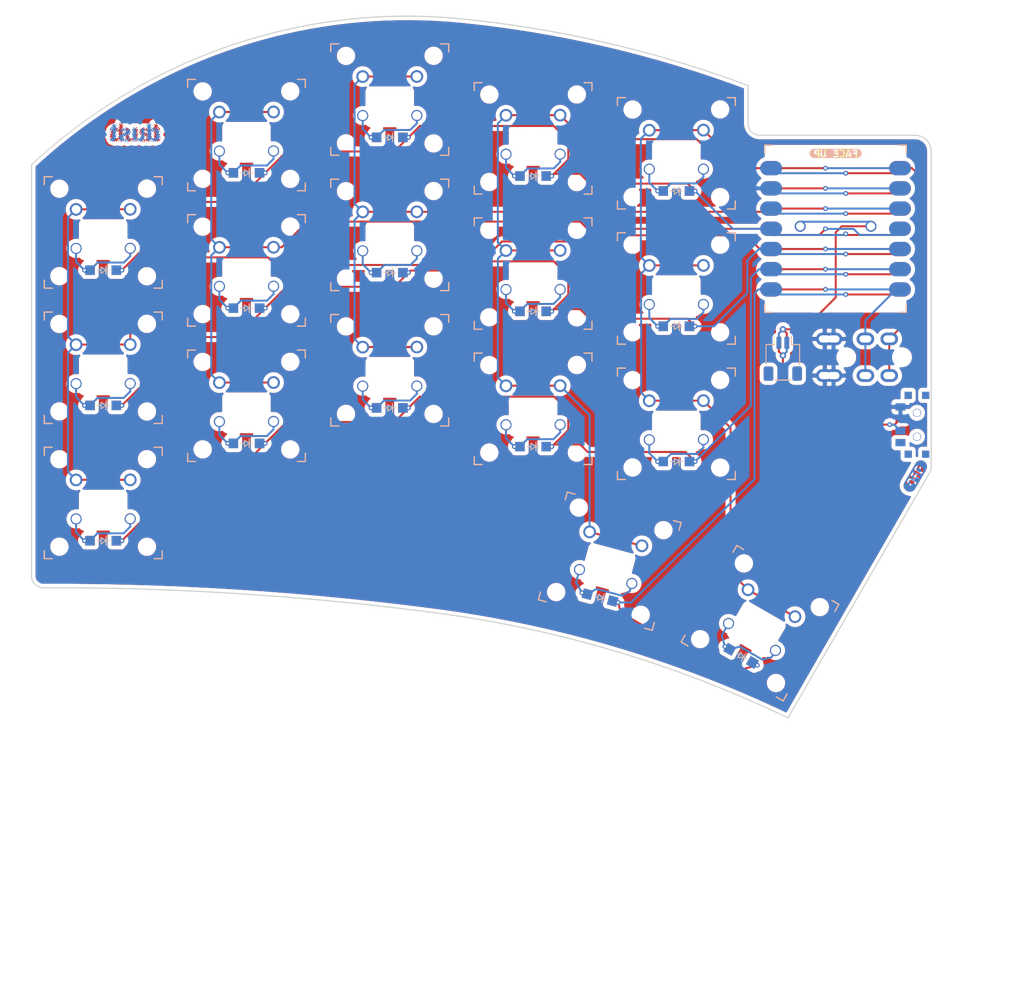
<source format=kicad_pcb>
(kicad_pcb (version 20211014) (generator pcbnew)
  (title_block (title "board") (rev "v1.0.0") (company "Unknown"))
  (layers (0 "F.Cu" signal) (31 "B.Cu" signal) (34 "B.Paste" user) (35 "F.Paste" user) (36 "B.SilkS" user "B.Silkscreen") (37 "F.SilkS" user "F.Silkscreen") (38 "B.Mask" user) (39 "F.Mask" user) (44 "Edge.Cuts" user))
  (net 0 "")
  (net 1 "c0")
  (net 2 "pinky_bottom")
  (net 3 "r1")
  (net 4 "pinky_home")
  (net 5 "r2")
  (net 6 "pinky_top")
  (net 7 "r3")
  (net 8 "c1")
  (net 9 "ring_bottom")
  (net 10 "ring_home")
  (net 11 "ring_top")
  (net 12 "c2")
  (net 13 "middle_bottom")
  (net 14 "middle_home")
  (net 15 "middle_top")
  (net 16 "c3")
  (net 17 "index_bottom")
  (net 18 "index_home")
  (net 19 "index_top")
  (net 20 "c4")
  (net 21 "inner_bottom")
  (net 22 "inner_home")
  (net 23 "inner_top")
  (net 24 "right_thumb")
  (net 25 "r0")
  (net 26 "middle_thumb")
  (net 27 "RAW")
  (net 28 "GND")
  (net 29 "BAT")
  (net 30 "3V3")
  (net 31 "D5")
  (net 32 "BAT-")
  (net 33 "tx")
  (footprint "footprints:TRRS-PJ-320A-dual" (layer "F.Cu") (at 262.218495 124.712321 -90)
    (fp_text reference "REF**" hide)
    (fp_text value "TRRS-PJ-320A-dual" hide)
  )
  (footprint "0-jasonhazel-footprints:Kailh-PG1425-X-Switch-revers" (layer "F.Cu") (at 165.838323 142.898159)
    (fp_text reference "S1" hide)
    (fp_text value "")
  )
  (footprint "ComboDiode" (layer "F.Cu") (at 165.838329 147.648151 180)
    (fp_text reference "D1" hide)
    (fp_text value "" hide)
  )
  (footprint "kibuzzard-6383179D" (layer "F.Cu") (at 267.853877 139.527837 60)
    (fp_text reference "kibuzzard-6383179D" hide)
    (fp_text value "G***" hide)
  )
  (footprint "0-jasonhazel-footprints:Kailh-PG1425-X-Switch-revers" (layer "F.Cu") (at 237.83833 132.948154)
    (fp_text reference "S13" hide)
    (fp_text value "")
  )
  (footprint "ComboDiode" (layer "F.Cu") (at 201.838326 113.958153 180)
    (fp_text reference "D8" hide)
    (fp_text value "" hide)
  )
  (footprint "ComboDiode" (layer "F.Cu") (at 245.967554 162.120558 150)
    (fp_text reference "D16" hide)
    (fp_text value "" hide)
  )
  (footprint "ComboDiode" (layer "F.Cu") (at 165.838332 130.648152 180)
    (fp_text reference "D2" hide)
    (fp_text value "" hide)
  )
  (footprint "ComboDiode" (layer "F.Cu") (at 237.838328 120.698152 180)
    (fp_text reference "D14" hide)
    (fp_text value "" hide)
  )
  (footprint "ComboDiode" (layer "F.Cu") (at 201.83833 130.958152 180)
    (fp_text reference "D7" hide)
    (fp_text value "" hide)
  )
  (footprint "0-jasonhazel-footprints:Kailh-PG1425-X-Switch-revers" (layer "F.Cu") (at 183.838326 113.668153)
    (fp_text reference "S5" hide)
    (fp_text value "")
  )
  (footprint "0-jasonhazel-footprints:Kailh-PG1425-X-Switch-revers" (layer "F.Cu") (at 237.838328 115.948152)
    (fp_text reference "S14" hide)
    (fp_text value "")
  )
  (footprint "ComboDiode" (layer "F.Cu") (at 228.247601 154.797942 165)
    (fp_text reference "D17" hide)
    (fp_text value "" hide)
  )
  (footprint "0-jasonhazel-footprints:Kailh-PG1425-X-Switch-revers" (layer "F.Cu") (at 229.476989 150.209795 -15)
    (fp_text reference "S17" hide)
    (fp_text value "")
  )
  (footprint "kibuzzard-637F21E7" (layer "F.Cu") (at 169.838524 96.358394)
    (fp_text reference "kibuzzard-637F21E7" hide)
    (fp_text value "G***" hide)
  )
  (footprint "0-jasonhazel-footprints:Kailh-PG1425-X-Switch-revers" (layer "F.Cu") (at 248.342558 158.006938 -30)
    (fp_text reference "S16" hide)
    (fp_text value "")
  )
  (footprint "ComboDiode" (layer "F.Cu") (at 219.838329 135.818149 180)
    (fp_text reference "D10" hide)
    (fp_text value "" hide)
  )
  (footprint "0-jasonhazel-footprints:Kailh-PG1425-X-Switch-revers" (layer "F.Cu") (at 165.838323 108.89815)
    (fp_text reference "S3" hide)
    (fp_text value "")
  )
  (footprint "ComboDiode" (layer "F.Cu") (at 183.838328 135.418151 180)
    (fp_text reference "D4" hide)
    (fp_text value "" hide)
  )
  (footprint "ComboDiode" (layer "F.Cu") (at 165.838326 113.648154 180)
    (fp_text reference "D3" hide)
    (fp_text value "" hide)
  )
  (footprint "0-jasonhazel-footprints:Kailh-PG1425-X-Switch-revers" (layer "F.Cu") (at 237.838333 98.948154)
    (fp_text reference "S15" hide)
    (fp_text value "")
  )
  (footprint "0-jasonhazel-footprints:xiao-rev" (layer "F.Cu") (at 257.838325 108.448152)
    (fp_text reference "XIAO1" hide)
    (fp_text value "")
  )
  (footprint "" (layer "F.Cu") (at 264.629215 133.053753)
    (fp_text reference "")
    (fp_text value "")
  )
  (footprint "0-jasonhazel-footprints:Kailh-PG1425-X-Switch-revers" (layer "F.Cu") (at 201.838326 126.208154)
    (fp_text reference "S7" hide)
    (fp_text value "")
  )
  (footprint "ComboDiode" (layer "F.Cu") (at 183.838328 101.418151 180)
    (fp_text reference "D6" hide)
    (fp_text value "" hide)
  )
  (footprint "ComboDiode" (layer "F.Cu") (at 237.838324 137.698156 180)
    (fp_text reference "D13" hide)
    (fp_text value "" hide)
  )
  (footprint "0-jasonhazel-footprints:Kailh-PG1425-X-Switch-revers" (layer "F.Cu") (at 219.838327 97.06815)
    (fp_text reference "S12" hide)
    (fp_text value "")
  )
  (footprint "0-jasonhazel-footprints:Kailh-PG1425-X-Switch-revers" (layer "F.Cu") (at 183.838327 96.668155)
    (fp_text reference "S6" hide)
    (fp_text value "")
  )
  (footprint "0-jasonhazel-footprints:Kailh-PG1425-X-Switch-revers" (layer "F.Cu") (at 201.838325 109.208151)
    (fp_text reference "S8" hide)
    (fp_text value "")
  )
  (footprint "0-jasonhazel-footprints:Kailh-PG1425-X-Switch-revers" (layer "F.Cu") (at 201.838326 92.20815)
    (fp_text reference "S9" hide)
    (fp_text value "")
  )
  (footprint "0-jasonhazel-footprints:Kailh-PG1425-X-Switch-revers" (layer "F.Cu") (at 219.838324 114.068153)
    (fp_text reference "S11" hide)
    (fp_text value "")
  )
  (footprint "ComboDiode" (layer "F.Cu") (at 219.838328 118.818151 180)
    (fp_text reference "D11" hide)
    (fp_text value "" hide)
  )
  (footprint "ComboDiode" (layer "F.Cu") (at 201.838327 96.958153 180)
    (fp_text reference "D9" hide)
    (fp_text value "" hide)
  )
  (footprint "0-jasonhazel-footprints:JST_SH_SM02B-SRSS-TB_1x02-1MP_P1.00mm_Horizontal" (layer "F.Cu") (at 251.208483 124.778477)
    (fp_text reference "BT2")
    (fp_text value "Battery_Cell")
  )
  (footprint "0-jasonhazel-footprints:Kailh-PG1425-X-Switch-revers" (layer "F.Cu") (at 183.838328 130.668152)
    (fp_text reference "S4" hide)
    (fp_text value "")
  )
  (footprint "ComboDiode" (layer "F.Cu") (at 219.838332 101.818148 180)
    (fp_text reference "D12" hide)
    (fp_text value "" hide)
  )
  (footprint "0-jasonhazel-footprints:Kailh-PG1425-X-Switch-revers" (layer "F.Cu") (at 165.838326 125.898158)
    (fp_text reference "S2" hide)
    (fp_text value "")
  )
  (footprint "ComboDiode" (layer "F.Cu") (at 237.838332 103.698156 180)
    (fp_text reference "D15" hide)
    (fp_text value "" hide)
  )
  (footprint "0-jasonhazel-footprints:Kailh-PG1425-X-Switch-revers" (layer "F.Cu") (at 219.838327 131.06815)
    (fp_text reference "S10" hide)
    (fp_text value "")
  )
  (footprint "ComboDiode" (layer "F.Cu") (at 183.838327 118.418152 180)
    (fp_text reference "D5" hide)
    (fp_text value "" hide)
  )
  (footprint "0-jasonhazel-footprints:SPDT_C128955" (layer "F.Cu") (at 268.05909 133.078836 90)
    (fp_text reference "T1" hide)
    (fp_text value "" hide)
  )
  (footprint "0-jasonhazel-footprints:JST_SH_SM02B-SRSS-TB_1x02-1MP_P1.00mm_Horizontal" (layer "B.Cu") (at 251.208483 124.778477 180)
    (fp_text reference "BT2")
    (fp_text value "Battery_Cell")
  )
  (footprint "0-jasonhazel-footprints:SPDT_C128955" (layer "B.Cu") (at 268.05909 133.078836 -90)
    (fp_text reference "T1" hide)
    (fp_text value "" hide)
  )
  (footprint "kibuzzard-637F21E7" (layer "B.Cu") (at 169.838524 96.358394 180)
    (fp_text reference "kibuzzard-637F21E7" hide)
    (fp_text value "G***" hide)
  )
  (footprint "kibuzzard-6383179D" (layer "B.Cu") (at 267.853877 139.527837 -120)
    (fp_text reference "kibuzzard-6383179D" hide)
    (fp_text value "G***" hide)
  )
  (gr_arc (start 208.770773 156.877034) (mid 230.820563 161.725666) (end 251.859035 169.916221) (layer "Edge.Cuts") (width 0.15))
  (gr_arc (start 269.838327 138.373246) (mid 269.787218 138.761477) (end 269.637369 139.123251) (layer "Edge.Cuts") (width 0.15))
  (gr_arc (start 175.178868 88.083774) (mid 192.605489 82.68614) (end 210.838328 82.065519) (layer "Edge.Cuts") (width 0.15))
  (gr_arc (start 158.342706 153.559717) (mid 182.467921 154.279531) (end 206.494307 156.576684) (layer "Edge.Cuts") (width 0.15))
  (gr_line (start 269.838327 138.373246) (end 269.838327 98.698152) (layer "Edge.Cuts") (width 0.15))
  (gr_arc (start 210.838328 82.065519) (mid 229.109753 85.091166) (end 246.838326 90.448147) (layer "Edge.Cuts") (width 0.15))
  (gr_line (start 246.838325 95.198151) (end 246.838326 90.448147) (layer "Edge.Cuts") (width 0.15))
  (gr_line (start 267.83833 96.69816) (end 248.338326 96.698151) (layer "Edge.Cuts") (width 0.15))
  (gr_arc (start 156.838329 100.39815) (mid 165.201783 93.734087) (end 174.477794 88.413116) (layer "Edge.Cuts") (width 0.15))
  (gr_arc (start 158.342708 153.559716) (mid 157.279221 153.121934) (end 156.838329 152.059732) (layer "Edge.Cuts") (width 0.15))
  (gr_arc (start 267.83833 96.69816) (mid 269.252535 97.283946) (end 269.838327 98.698152) (layer "Edge.Cuts") (width 0.15))
  (gr_line (start 174.477794 88.413116) (end 175.178868 88.083774) (layer "Edge.Cuts") (width 0.15))
  (gr_line (start 156.838329 152.059732) (end 156.838325 149.398156) (layer "Edge.Cuts") (width 0.15))
  (gr_line (start 156.838325 149.398156) (end 156.838329 100.39815) (layer "Edge.Cuts") (width 0.15))
  (gr_arc (start 206.494307 156.576684) (mid 207.63313 156.722384) (end 208.770773 156.877034) (layer "Edge.Cuts") (width 0.15))
  (gr_line (start 251.886783 169.868151) (end 251.859035 169.916221) (layer "Edge.Cuts") (width 0.15))
  (gr_line (start 251.886783 169.868151) (end 269.637369 139.123251) (layer "Edge.Cuts") (width 0.15))
  (gr_arc (start 248.338326 96.698151) (mid 247.277669 96.258809) (end 246.838325 95.198151) (layer "Edge.Cuts") (width 0.15))
  (segment (start 162.450653 122.998155) (end 169.238336 122.998149) (width 0.25) (layer "F.Cu") (net 1))
  (segment (start 187.499739 112.996306) (end 212.971064 112.996306) (width 0.25) (layer "F.Cu") (net 1))
  (segment (start 212.971064 112.996306) (end 215.923726 110.043644) (width 0.25) (layer "F.Cu") (net 1))
  (segment (start 169.238332 105.998152) (end 162.450653 105.998155) (width 0.25) (layer "F.Cu") (net 1))
  (segment (start 169.238338 120.390172) (end 177.583375 112.045127) (width 0.25) (layer "F.Cu") (net 1))
  (segment (start 186.548568 112.045135) (end 187.499739 112.996306) (width 0.25) (layer "F.Cu") (net 1))
  (segment (start 225.878301 110.043644) (end 226.658401 109.263546) (width 0.25) (layer "F.Cu") (net 1))
  (segment (start 246.592217 109.263546) (end 248.316828 110.988155) (width 0.25) (layer "F.Cu") (net 1))
  (segment (start 162.450653 105.998155) (end 162.438317 106.010489) (width 0.25) (layer "F.Cu") (net 1))
  (segment (start 215.923726 110.043644) (end 225.878301 110.043644) (width 0.25) (layer "F.Cu") (net 1))
  (segment (start 169.238339 139.998152) (end 162.450656 139.998144) (width 0.25) (layer "F.Cu") (net 1))
  (segment (start 162.450656 139.998144) (end 162.43832 140.010493) (width 0.25) (layer "F.Cu") (net 1))
  (segment (start 169.238336 122.998149) (end 169.238338 120.390172) (width 0.25) (layer "F.Cu") (net 1))
  (segment (start 177.583375 112.045127) (end 186.548568 112.045135) (width 0.25) (layer "F.Cu") (net 1))
  (segment (start 162.438317 123.010492) (end 162.450653 122.998155) (width 0.25) (layer "F.Cu") (net 1))
  (segment (start 248.316828 110.988155) (end 250.218328 110.988157) (width 0.25) (layer "F.Cu") (net 1))
  (segment (start 226.658401 109.263546) (end 246.592217 109.263546) (width 0.25) (layer "F.Cu") (net 1))
  (segment (start 161.413808 107.035003) (end 161.413806 121.985977) (width 0.25) (layer "B.Cu") (net 1))
  (segment (start 161.413805 124.035002) (end 161.413811 138.985977) (width 0.25) (layer "B.Cu") (net 1))
  (segment (start 161.413811 138.985977) (end 162.43832 140.010493) (width 0.25) (layer "B.Cu") (net 1))
  (segment (start 161.413806 121.985977) (end 162.438317 123.010492) (width 0.25) (layer "B.Cu") (net 1))
  (segment (start 162.438317 123.010492) (end 161.413805 124.035002) (width 0.25) (layer "B.Cu") (net 1))
  (segment (start 162.438317 106.010489) (end 161.413808 107.035003) (width 0.25) (layer "B.Cu") (net 1))
  (segment (start 162.43832 144.910486) (end 162.438323 146.598144) (width 0.25) (layer "B.Cu") (net 2))
  (segment (start 169.238337 145.888107) (end 168.402793 146.72364) (width 0.25) (layer "B.Cu") (net 2))
  (segment (start 162.438323 146.598144) (end 163.488331 147.648154) (width 0.25) (layer "B.Cu") (net 2))
  (segment (start 169.238337 144.898153) (end 169.238337 145.888107) (width 0.25) (layer "B.Cu") (net 2))
  (segment (start 165.112835 146.723642) (end 164.188328 147.648151) (width 0.25) (layer "B.Cu") (net 2))
  (segment (start 168.402793 146.72364) (end 165.112835 146.723642) (width 0.25) (layer "B.Cu") (net 2))
  (segment (start 222.492461 129.543794) (end 205.602688 129.543794) (width 0.25) (layer "F.Cu") (net 3))
  (segment (start 226.703713 136.496987) (end 225.762692 135.555963) (width 0.25) (layer "F.Cu") (net 3))
  (segment (start 224.262846 133.743632) (end 224.262846 131.314179) (width 0.25) (layer "F.Cu") (net 3))
  (segment (start 222.188329 135.818149) (end 224.262846 133.743632) (width 0.25) (layer "F.Cu") (net 3))
  (segment (start 186.188327 135.418157) (end 182.637512 138.968965) (width 0.25) (layer "F.Cu") (net 3))
  (segment (start 188.873808 132.732673) (end 186.188327 135.418157) (width 0.25) (layer "F.Cu") (net 3))
  (segment (start 224.262846 131.314179) (end 222.492461 129.543794) (width 0.25) (layer "F.Cu") (net 3))
  (segment (start 204.188328 130.958152) (end 202.413803 132.732673) (width 0.25) (layer "F.Cu") (net 3))
  (segment (start 240.188332 137.698152) (end 238.987166 136.496989) (width 0.25) (layer "F.Cu") (net 3))
  (segment (start 176.867512 138.968965) (end 168.188325 147.648154) (width 0.25) (layer "F.Cu") (net 3))
  (segment (start 225.762692 135.555963) (end 222.450514 135.555969) (width 0.25) (layer "F.Cu") (net 3))
  (segment (start 205.602688 129.543794) (end 204.18833 130.958152) (width 0.25) (layer "F.Cu") (net 3))
  (segment (start 222.450514 135.555969) (end 222.188326 135.818146) (width 0.25) (layer "F.Cu") (net 3))
  (segment (start 182.637512 138.968965) (end 176.867512 138.968965) (width 0.25) (layer "F.Cu") (net 3))
  (segment (start 238.987166 136.496989) (end 226.703713 136.496987) (width 0.25) (layer "F.Cu") (net 3))
  (segment (start 202.413803 132.732673) (end 188.873808 132.732673) (width 0.25) (layer "F.Cu") (net 3))
  (segment (start 240.188324 137.698156) (end 247.199387 130.687094) (width 0.25) (layer "B.Cu") (net 3))
  (segment (start 247.199386 114.543099) (end 248.214333 113.528153) (width 0.25) (layer "B.Cu") (net 3))
  (segment (start 248.214333 113.528153) (end 250.214027 113.528154) (width 0.25) (layer "B.Cu") (net 3))
  (segment (start 247.199387 130.687094) (end 247.199386 114.543099) (width 0.25) (layer "B.Cu") (net 3))
  (segment (start 168.419627 129.706812) (end 165.12967 129.70681) (width 0.25) (layer "B.Cu") (net 4))
  (segment (start 162.438321 129.598149) (end 163.488328 130.648152) (width 0.25) (layer "B.Cu") (net 4))
  (segment (start 169.238333 128.8881) (end 168.419627 129.706812) (width 0.25) (layer "B.Cu") (net 4))
  (segment (start 165.12967 129.70681) (end 164.188326 130.648153) (width 0.25) (layer "B.Cu") (net 4))
  (segment (start 162.438319 127.910491) (end 162.438321 129.598149) (width 0.25) (layer "B.Cu") (net 4))
  (segment (start 169.238335 127.89815) (end 169.238333 128.8881) (width 0.25) (layer "B.Cu") (net 4))
  (segment (start 226.955654 119.74893) (end 225.748158 118.541434) (width 0.25) (layer "F.Cu") (net 5))
  (segment (start 186.188331 118.418156) (end 182.550744 122.055738) (width 0.25) (layer "F.Cu") (net 5))
  (segment (start 239.23911 119.74893) (end 226.955654 119.74893) (width 0.25) (layer "F.Cu") (net 5))
  (segment (start 222.455587 112.543797) (end 214.264423 112.543797) (width 0.25) (layer "F.Cu") (net 5))
  (segment (start 222.188328 118.818151) (end 224.262843 116.743636) (width 0.25) (layer "F.Cu") (net 5))
  (segment (start 204.18833 113.958151) (end 202.413808 115.732676) (width 0.25) (layer "F.Cu") (net 5))
  (segment (start 213.112254 113.695966) (end 204.450513 113.695966) (width 0.25) (layer "F.Cu") (net 5))
  (segment (start 225.748158 118.541434) (end 222.465049 118.541441) (width 0.25) (layer "F.Cu") (net 5))
  (segment (start 182.550744 122.055738) (end 176.780746 122.055732) (width 0.25) (layer "F.Cu") (net 5))
  (segment (start 188.873812 115.732672) (end 186.188331 118.418156) (width 0.25) (layer "F.Cu") (net 5))
  (segment (start 176.780746 122.055732) (end 168.188328 130.64815) (width 0.25) (layer "F.Cu") (net 5))
  (segment (start 224.262843 116.743636) (end 224.262843 114.351053) (width 0.25) (layer "F.Cu") (net 5))
  (segment (start 222.465049 118.541441) (end 222.188328 118.818151) (width 0.25) (layer "F.Cu") (net 5))
  (segment (start 240.188328 120.698148) (end 239.23911 119.74893) (width 0.25) (layer "F.Cu") (net 5))
  (segment (start 202.413808 115.732676) (end 188.873812 115.732672) (width 0.25) (layer "F.Cu") (net 5))
  (segment (start 204.450513 113.695966) (end 204.188326 113.958153) (width 0.25) (layer "F.Cu") (net 5))
  (segment (start 224.262843 114.351053) (end 222.455587 112.543797) (width 0.25) (layer "F.Cu") (net 5))
  (segment (start 214.264423 112.543797) (end 213.112254 113.695966) (width 0.25) (layer "F.Cu") (net 5))
  (segment (start 246.749866 112.452413) (end 248.214125 110.988154) (width 0.25) (layer "B.Cu") (net 5))
  (segment (start 240.188328 120.698152) (end 242.566692 120.698152) (width 0.25) (layer "B.Cu") (net 5))
  (segment (start 248.214125 110.988154) (end 250.214027 110.988154) (width 0.25) (layer "B.Cu") (net 5))
  (segment (start 242.566692 120.698152) (end 246.749867 116.514979) (width 0.25) (layer "B.Cu") (net 5))
  (segment (start 246.749867 116.514979) (end 246.749866 112.452413) (width 0.25) (layer "B.Cu") (net 5))
  (segment (start 169.23833 111.888097) (end 168.437909 112.688537) (width 0.25) (layer "B.Cu") (net 6))
  (segment (start 169.238333 110.898152) (end 169.23833 111.888097) (width 0.25) (layer "B.Cu") (net 6))
  (segment (start 162.43832 110.910492) (end 162.438321 112.598146) (width 0.25) (layer "B.Cu") (net 6))
  (segment (start 165.147954 112.688531) (end 164.188328 113.648155) (width 0.25) (layer "B.Cu") (net 6))
  (segment (start 162.438321 112.598146) (end 163.488327 113.648153) (width 0.25) (layer "B.Cu") (net 6))
  (segment (start 168.437909 112.688537) (end 165.147954 112.688531) (width 0.25) (layer "B.Cu") (net 6))
  (segment (start 176.763272 105.073211) (end 168.18833 113.648152) (width 0.25) (layer "F.Cu") (net 7))
  (segment (start 240.188329 103.698151) (end 239.263818 102.773642) (width 0.25) (layer "F.Cu") (net 7))
  (segment (start 225.740414 101.53369) (end 222.472787 101.533691) (width 0.25) (layer "F.Cu") (net 7))
  (segment (start 182.53327 105.07321) (end 176.763272 105.073211) (width 0.25) (layer "F.Cu") (net 7))
  (segment (start 204.188328 96.958154) (end 202.413804 98.732675) (width 0.25) (layer "F.Cu") (net 7))
  (segment (start 222.188332 101.818148) (end 224.262846 99.743634) (width 0.25) (layer "F.Cu") (net 7))
  (segment (start 205.616024 95.530456) (end 204.188327 96.958153) (width 0.25) (layer "F.Cu") (net 7))
  (segment (start 226.980364 102.773642) (end 225.740414 101.53369) (width 0.25) (layer "F.Cu") (net 7))
  (segment (start 222.442252 95.530456) (end 205.616024 95.530456) (width 0.25) (layer "F.Cu") (net 7))
  (segment (start 222.472787 101.533691) (end 222.188328 101.818155) (width 0.25) (layer "F.Cu") (net 7))
  (segment (start 186.188332 101.418156) (end 182.53327 105.07321) (width 0.25) (layer "F.Cu") (net 7))
  (segment (start 224.262846 97.35105) (end 222.442252 95.530456) (width 0.25) (layer "F.Cu") (net 7))
  (segment (start 188.873807 98.732673) (end 186.188332 101.418156) (width 0.25) (layer "F.Cu") (net 7))
  (segment (start 224.262846 99.743634) (end 224.262846 97.35105) (width 0.25) (layer "F.Cu") (net 7))
  (segment (start 202.413804 98.732675) (end 188.873807 98.732673) (width 0.25) (layer "F.Cu") (net 7))
  (segment (start 239.263818 102.773642) (end 226.980364 102.773642) (width 0.25) (layer "F.Cu") (net 7))
  (segment (start 244.938329 108.448153) (end 250.214027 108.448153) (width 0.25) (layer "B.Cu") (net 7))
  (segment (start 240.188332 103.698155) (end 244.938329 108.448153) (width 0.25) (layer "B.Cu") (net 7))
  (segment (start 191.491023 107.543632) (end 225.762704 107.543632) (width 0.25) (layer "F.Cu") (net 8))
  (segment (start 226.666338 108.447265) (end 250.217443 108.447266) (width 0.25) (layer "F.Cu") (net 8))
  (segment (start 180.438325 110.780491) (end 180.450659 110.768151) (width 0.25) (layer "F.Cu") (net 8))
  (segment (start 180.450653 127.76815) (end 180.43832 127.780487) (width 0.25) (layer "F.Cu") (net 8))
  (segment (start 187.238338 110.768155) (end 188.266503 110.768151) (width 0.25) (layer "F.Cu") (net 8))
  (segment (start 250.217443 108.447266) (end 250.218327 108.44815) (width 0.25) (layer "F.Cu") (net 8))
  (segment (start 188.266503 110.768151) (end 191.491023 107.543632) (width 0.25) (layer "F.Cu") (net 8))
  (segment (start 180.450659 110.768151) (end 187.238338 110.768155) (width 0.25) (layer "F.Cu") (net 8))
  (segment (start 225.762704 107.543632) (end 226.666338 108.447265) (width 0.25) (layer "F.Cu") (net 8))
  (segment (start 187.238331 93.768156) (end 180.45066 93.768156) (width 0.25) (layer "F.Cu") (net 8))
  (segment (start 187.23834 127.768151) (end 180.450653 127.76815) (width 0.25) (layer "F.Cu") (net 8))
  (segment (start 180.45066 93.768156) (end 180.438327 93.780489) (width 0.25) (layer "F.Cu") (net 8))
  (segment (start 179.41381 111.804996) (end 179.413809 126.75598) (width 0.25) (layer "B.Cu") (net 8))
  (segment (start 180.438327 93.780489) (end 179.413808 94.805004) (width 0.25) (layer "B.Cu") (net 8))
  (segment (start 179.41381 109.755978) (end 180.438325 110.780491) (width 0.25) (layer "B.Cu") (net 8))
  (segment (start 179.413808 94.805004) (end 179.41381 109.755978) (width 0.25) (layer "B.Cu") (net 8))
  (segment (start 180.438325 110.780491) (end 179.41381 111.804996) (width 0.25) (layer "B.Cu") (net 8))
  (segment (start 179.413809 126.75598) (end 180.43832 127.780487) (width 0.25) (layer "B.Cu") (net 8))
  (segment (start 183.112836 134.493638) (end 182.188327 135.418155) (width 0.25) (layer "B.Cu") (net 9))
  (segment (start 186.402797 134.493644) (end 183.112836 134.493638) (width 0.25) (layer "B.Cu") (net 9))
  (segment (start 180.438319 134.368145) (end 181.488327 135.418158) (width 0.25) (layer "B.Cu") (net 9))
  (segment (start 187.238333 133.658101) (end 186.402797 134.493644) (width 0.25) (layer "B.Cu") (net 9))
  (segment (start 187.238337 132.668154) (end 187.238333 133.658101) (width 0.25) (layer "B.Cu") (net 9))
  (segment (start 180.438316 132.680489) (end 180.438319 134.368145) (width 0.25) (layer "B.Cu") (net 9))
  (segment (start 187.238335 116.658102) (end 186.417049 117.479392) (width 0.25) (layer "B.Cu") (net 10))
  (segment (start 186.417049 117.479392) (end 183.127088 117.479388) (width 0.25) (layer "B.Cu") (net 10))
  (segment (start 180.438317 117.368147) (end 181.488327 118.418157) (width 0.25) (layer "B.Cu") (net 10))
  (segment (start 180.438325 115.680492) (end 180.438317 117.368147) (width 0.25) (layer "B.Cu") (net 10))
  (segment (start 183.127088 117.479388) (end 182.188325 118.418149) (width 0.25) (layer "B.Cu") (net 10))
  (segment (start 187.238335 115.668153) (end 187.238335 116.658102) (width 0.25) (layer "B.Cu") (net 10))
  (segment (start 187.238338 98.668155) (end 187.238333 99.658102) (width 0.25) (layer "B.Cu") (net 11))
  (segment (start 187.238333 99.658102) (end 186.402794 100.493641) (width 0.25) (layer "B.Cu") (net 11))
  (segment (start 180.438324 100.368145) (end 181.488328 101.41815) (width 0.25) (layer "B.Cu") (net 11))
  (segment (start 180.438322 98.680486) (end 180.438324 100.368145) (width 0.25) (layer "B.Cu") (net 11))
  (segment (start 186.402794 100.493641) (end 183.112838 100.493643) (width 0.25) (layer "B.Cu") (net 11))
  (segment (start 183.112838 100.493643) (end 182.188326 101.418152) (width 0.25) (layer "B.Cu") (net 11))
  (segment (start 249.818329 106.30815) (end 250.218326 105.908155) (width 0.25) (layer "F.Cu") (net 12))
  (segment (start 205.238333 106.308153) (end 249.818329 106.30815) (width 0.25) (layer "F.Cu") (net 12))
  (segment (start 198.450657 106.308156) (end 198.438318 106.320487) (width 0.25) (layer "F.Cu") (net 12))
  (segment (start 205.238337 123.308154) (end 198.450653 123.308154) (width 0.25) (layer "F.Cu") (net 12))
  (segment (start 198.450657 89.308153) (end 198.438319 89.320491) (width 0.25) (layer "F.Cu") (net 12))
  (segment (start 205.238334 89.308156) (end 198.450657 89.308153) (width 0.25) (layer "F.Cu") (net 12))
  (segment (start 198.450653 123.308154) (end 198.438316 123.32049) (width 0.25) (layer "F.Cu") (net 12))
  (segment (start 205.238333 106.308153) (end 198.450657 106.308156) (width 0.25) (layer "F.Cu") (net 12))
  (segment (start 198.438318 106.320487) (end 197.413811 107.344998) (width 0.25) (layer "B.Cu") (net 12))
  (segment (start 197.413811 90.345002) (end 197.413806 105.295976) (width 0.25) (layer "B.Cu") (net 12))
  (segment (start 197.413806 122.295979) (end 198.438316 123.32049) (width 0.25) (layer "B.Cu") (net 12))
  (segment (start 198.438319 89.320491) (end 197.413811 90.345002) (width 0.25) (layer "B.Cu") (net 12))
  (segment (start 197.413806 105.295976) (end 198.438318 106.320487) (width 0.25) (layer "B.Cu") (net 12))
  (segment (start 197.413811 107.344998) (end 197.413806 122.295979) (width 0.25) (layer "B.Cu") (net 12))
  (segment (start 198.438324 128.220488) (end 198.438316 129.908148) (width 0.25) (layer "B.Cu") (net 13))
  (segment (start 204.402797 130.033642) (end 201.112839 130.033641) (width 0.25) (layer "B.Cu") (net 13))
  (segment (start 201.112839 130.033641) (end 200.188326 130.958153) (width 0.25) (layer "B.Cu") (net 13))
  (segment (start 198.438316 129.908148) (end 199.488328 130.958156) (width 0.25) (layer "B.Cu") (net 13))
  (segment (start 205.238333 129.198099) (end 204.402797 130.033642) (width 0.25) (layer "B.Cu") (net 13))
  (segment (start 205.23833 128.20815) (end 205.238333 129.198099) (width 0.25) (layer "B.Cu") (net 13))
  (segment (start 205.238332 111.208153) (end 205.238334 112.1981) (width 0.25) (layer "B.Cu") (net 14))
  (segment (start 201.155041 112.991437) (end 200.188332 113.95815) (width 0.25) (layer "B.Cu") (net 14))
  (segment (start 205.238334 112.1981) (end 204.445 112.991436) (width 0.25) (layer "B.Cu") (net 14))
  (segment (start 198.438317 111.220493) (end 198.438323 112.908145) (width 0.25) (layer "B.Cu") (net 14))
  (segment (start 204.445 112.991436) (end 201.155041 112.991437) (width 0.25) (layer "B.Cu") (net 14))
  (segment (start 198.438323 112.908145) (end 199.488327 113.958154) (width 0.25) (layer "B.Cu") (net 14))
  (segment (start 205.23834 94.208151) (end 205.238329 95.198103) (width 0.25) (layer "B.Cu") (net 15))
  (segment (start 205.238329 95.198103) (end 204.402793 96.033643) (width 0.25) (layer "B.Cu") (net 15))
  (segment (start 198.438315 94.220485) (end 198.438324 95.908144) (width 0.25) (layer "B.Cu") (net 15))
  (segment (start 198.438324 95.908144) (end 199.488329 96.958154) (width 0.25) (layer "B.Cu") (net 15))
  (segment (start 201.112836 96.033641) (end 200.188328 96.958152) (width 0.25) (layer "B.Cu") (net 15))
  (segment (start 204.402793 96.033643) (end 201.112836 96.033641) (width 0.25) (layer "B.Cu") (net 15))
  (segment (start 223.238339 94.168156) (end 226.255186 97.184997) (width 0.25) (layer "F.Cu") (net 16))
  (segment (start 226.940216 146.540539) (end 233.496615 148.297319) (width 0.25) (layer "F.Cu") (net 16))
  (segment (start 240.397119 97.184997) (end 246.580274 103.368153) (width 0.25) (layer "F.Cu") (net 16))
  (segment (start 216.450656 128.168151) (end 216.438323 128.18049) (width 0.25) (layer "F.Cu") (net 16))
  (segment (start 233.496615 148.297319) (end 233.511721 148.288597) (width 0.25) (layer "F.Cu") (net 16))
  (segment (start 216.438321 94.18049) (end 216.450655 94.168151) (width 0.25) (layer "F.Cu") (net 16))
  (segment (start 226.255186 97.184997) (end 240.397119 97.184997) (width 0.25) (layer "F.Cu") (net 16))
  (segment (start 223.238339 128.168155) (end 216.450656 128.168151) (width 0.25) (layer "F.Cu") (net 16))
  (segment (start 216.450658 111.168148) (end 216.438323 111.18049) (width 0.25) (layer "F.Cu") (net 16))
  (segment (start 216.450655 94.168151) (end 223.238339 94.168156) (width 0.25) (layer "F.Cu") (net 16))
  (segment (start 223.238339 111.168156) (end 216.450658 111.168148) (width 0.25) (layer "F.Cu") (net 16))
  (segment (start 246.580274 103.368153) (end 250.218333 103.368153) (width 0.25) (layer "F.Cu") (net 16))
  (segment (start 226.940221 131.870034) (end 226.940217 146.540539) (width 0.25) (layer "B.Cu") (net 16))
  (segment (start 216.438321 94.18049) (end 215.413808 95.204998) (width 0.25) (layer "B.Cu") (net 16))
  (segment (start 216.438323 111.18049) (end 215.413811 112.205) (width 0.25) (layer "B.Cu") (net 16))
  (segment (start 215.413808 110.155973) (end 216.438323 111.18049) (width 0.25) (layer "B.Cu") (net 16))
  (segment (start 215.413808 95.204998) (end 215.413808 110.155973) (width 0.25) (layer "B.Cu") (net 16))
  (segment (start 215.413812 127.155977) (end 216.438323 128.18049) (width 0.25) (layer "B.Cu") (net 16))
  (segment (start 223.238339 128.168155) (end 226.940221 131.870034) (width 0.25) (layer "B.Cu") (net 16))
  (segment (start 215.413811 112.205) (end 215.413812 127.155977) (width 0.25) (layer "B.Cu") (net 16))
  (segment (start 222.402798 134.89364) (end 219.112836 134.893639) (width 0.25) (layer "B.Cu") (net 17))
  (segment (start 216.438317 133.080486) (end 216.438313 134.768147) (width 0.25) (layer "B.Cu") (net 17))
  (segment (start 216.438313 134.768147) (end 217.488323 135.818154) (width 0.25) (layer "B.Cu") (net 17))
  (segment (start 223.238333 134.058103) (end 222.402798 134.89364) (width 0.25) (layer "B.Cu") (net 17))
  (segment (start 219.112836 134.893639) (end 218.188329 135.818153) (width 0.25) (layer "B.Cu") (net 17))
  (segment (start 223.238334 133.06815) (end 223.238333 134.058103) (width 0.25) (layer "B.Cu") (net 17))
  (segment (start 223.238336 116.068153) (end 223.238337 117.058106) (width 0.25) (layer "B.Cu") (net 18))
  (segment (start 222.402794 117.893643) (end 219.112838 117.893643) (width 0.25) (layer "B.Cu") (net 18))
  (segment (start 219.112838 117.893643) (end 218.188333 118.818153) (width 0.25) (layer "B.Cu") (net 18))
  (segment (start 223.238337 117.058106) (end 222.402794 117.893643) (width 0.25) (layer "B.Cu") (net 18))
  (segment (start 216.438321 117.768146) (end 217.488328 118.818154) (width 0.25) (layer "B.Cu") (net 18))
  (segment (start 216.438323 116.080491) (end 216.438321 117.768146) (width 0.25) (layer "B.Cu") (net 18))
  (segment (start 223.238341 100.058104) (end 222.431118 100.865319) (width 0.25) (layer "B.Cu") (net 19))
  (segment (start 222.431118 100.865319) (end 219.141163 100.865321) (width 0.25) (layer "B.Cu") (net 19))
  (segment (start 223.238338 99.068152) (end 223.238341 100.058104) (width 0.25) (layer "B.Cu") (net 19))
  (segment (start 216.438319 99.08049) (end 216.438318 100.768146) (width 0.25) (layer "B.Cu") (net 19))
  (segment (start 216.438318 100.768146) (end 217.488333 101.818151) (width 0.25) (layer "B.Cu") (net 19))
  (segment (start 219.141163 100.865321) (end 218.188329 101.818154) (width 0.25) (layer "B.Cu") (net 19))
  (segment (start 234.450661 113.048151) (end 234.438324 113.060492) (width 0.25) (layer "F.Cu") (net 20))
  (segment (start 252.720201 157.199984) (end 252.737052 157.195466) (width 0.25) (layer "F.Cu") (net 20))
  (segment (start 241.238332 130.04815) (end 234.450659 130.048153) (width 0.25) (layer "F.Cu") (net 20))
  (segment (start 246.026533 100.828152) (end 250.218328 100.828151) (width 0.25) (layer "F.Cu") (net 20))
  (segment (start 241.238335 113.048153) (end 234.450661 113.048151) (width 0.25) (layer "F.Cu") (net 20))
  (segment (start 241.246536 96.048153) (end 246.026533 100.828152) (width 0.25) (layer "F.Cu") (net 20))
  (segment (start 244.643712 133.453529) (end 244.643716 151.607959) (width 0.25) (layer "F.Cu") (net 20))
  (segment (start 241.238332 130.04815) (end 244.643712 133.453529) (width 0.25) (layer "F.Cu") (net 20))
  (segment (start 244.643716 151.607959) (end 246.8419 153.806142) (width 0.25) (layer "F.Cu") (net 20))
  (segment (start 246.841899 153.806141) (end 252.720201 157.199984) (width 0.25) (layer "F.Cu") (net 20))
  (segment (start 234.450659 130.048153) (end 234.438321 130.060489) (width 0.25) (layer "F.Cu") (net 20))
  (segment (start 234.438319 96.060489) (end 234.450656 96.048157) (width 0.25) (layer "F.Cu") (net 20))
  (segment (start 234.450656 96.048157) (end 241.246536 96.048153) (width 0.25) (layer "F.Cu") (net 20))
  (segment (start 233.374228 97.124585) (end 233.374217 111.996391) (width 0.25) (layer "B.Cu") (net 20))
  (segment (start 233.413813 129.035976) (end 234.438321 130.060489) (width 0.25) (layer "B.Cu") (net 20))
  (segment (start 234.438319 96.060489) (end 233.374228 97.124585) (width 0.25) (layer "B.Cu") (net 20))
  (segment (start 233.374217 111.996391) (end 234.438324 113.060492) (width 0.25) (layer "B.Cu") (net 20))
  (segment (start 234.438324 113.060492) (end 233.413808 114.084999) (width 0.25) (layer "B.Cu") (net 20))
  (segment (start 233.413808 114.084999) (end 233.413813 129.035976) (width 0.25) (layer "B.Cu") (net 20))
  (segment (start 234.438319 136.648144) (end 235.488326 137.698154) (width 0.25) (layer "B.Cu") (net 21))
  (segment (start 240.428327 136.748104) (end 237.138375 136.748108) (width 0.25) (layer "B.Cu") (net 21))
  (segment (start 237.138375 136.748108) (end 236.188328 137.698152) (width 0.25) (layer "B.Cu") (net 21))
  (segment (start 241.238333 134.948153) (end 241.238335 135.938102) (width 0.25) (layer "B.Cu") (net 21))
  (segment (start 234.438322 134.960493) (end 234.438319 136.648144) (width 0.25) (layer "B.Cu") (net 21))
  (segment (start 241.238335 135.938102) (end 240.428327 136.748104) (width 0.25) (layer "B.Cu") (net 21))
  (segment (start 234.438316 119.648148) (end 235.488329 120.698149) (width 0.25) (layer "B.Cu") (net 22))
  (segment (start 234.438321 117.960489) (end 234.438316 119.648148) (width 0.25) (layer "B.Cu") (net 22))
  (segment (start 240.402793 119.773637) (end 237.112836 119.773641) (width 0.25) (layer "B.Cu") (net 22))
  (segment (start 241.238337 117.948154) (end 241.238332 118.9381) (width 0.25) (layer "B.Cu") (net 22))
  (segment (start 241.238332 118.9381) (end 240.402793 119.773637) (width 0.25) (layer "B.Cu") (net 22))
  (segment (start 237.112836 119.773641) (end 236.188331 120.698158) (width 0.25) (layer "B.Cu") (net 22))
  (segment (start 237.13918 102.747303) (end 236.188333 103.698153) (width 0.25) (layer "B.Cu") (net 23))
  (segment (start 241.238334 100.948149) (end 241.238338 101.938101) (width 0.25) (layer "B.Cu") (net 23))
  (segment (start 240.429138 102.7473) (end 237.13918 102.747303) (width 0.25) (layer "B.Cu") (net 23))
  (segment (start 234.43832 100.96049) (end 234.438315 102.648144) (width 0.25) (layer "B.Cu") (net 23))
  (segment (start 234.438315 102.648144) (end 235.488326 103.698148) (width 0.25) (layer "B.Cu") (net 23))
  (segment (start 241.238338 101.938101) (end 240.429138 102.7473) (width 0.25) (layer "B.Cu") (net 23))
  (segment (start 243.548066 159.511225) (end 243.932396 160.945561) (width 0.25) (layer "B.Cu") (net 24))
  (segment (start 250.287054 161.438988) (end 249.79208 162.296308) (width 0.25) (layer "B.Cu") (net 24))
  (segment (start 244.391898 158.049667) (end 243.548066 159.511225) (width 0.25) (layer "B.Cu") (net 24))
  (segment (start 249.79208 162.296308) (end 248.650702 162.602142) (width 0.25) (layer "B.Cu") (net 24))
  (segment (start 248.650702 162.602142) (end 245.80152 160.957165) (width 0.25) (layer "B.Cu") (net 24))
  (segment (start 245.80152 160.957165) (end 244.538614 161.295558) (width 0.25) (layer "B.Cu") (net 24))
  (segment (start 230.863642 156.697884) (end 230.517527 155.40617) (width 0.25) (layer "F.Cu") (net 25))
  (segment (start 244.10164 164.340848) (end 230.863642 156.697884) (width 0.25) (layer "F.Cu") (net 25))
  (segment (start 248.002718 163.29556) (end 244.10164 164.340848) (width 0.25) (layer "F.Cu") (net 25))
  (segment (start 247.648906 139.910404) (end 247.648906 116.556542) (width 0.25) (layer "B.Cu") (net 25))
  (segment (start 230.517527 155.406168) (end 232.153144 155.406166) (width 0.25) (layer "B.Cu") (net 25))
  (segment (start 232.153144 155.406166) (end 247.648906 139.910404) (width 0.25) (layer "B.Cu") (net 25))
  (segment (start 248.137295 116.068154) (end 250.214026 116.068154) (width 0.25) (layer "B.Cu") (net 25))
  (segment (start 247.648906 116.556542) (end 248.137295 116.068154) (width 0.25) (layer "B.Cu") (net 25))
  (segment (start 232.243506 153.021638) (end 231.98729 153.977851) (width 0.25) (layer "B.Cu") (net 26))
  (segment (start 225.23521 152.903722) (end 225.977674 154.189713) (width 0.25) (layer "B.Cu") (net 26))
  (segment (start 227.806172 153.705585) (end 226.653823 154.37089) (width 0.25) (layer "B.Cu") (net 26))
  (segment (start 225.672002 151.273571) (end 225.23521 152.903722) (width 0.25) (layer "B.Cu") (net 26))
  (segment (start 231.98729 153.977851) (end 230.984024 154.55709) (width 0.25) (layer "B.Cu") (net 26))
  (segment (start 230.984024 154.55709) (end 227.806172 153.705585) (width 0.25) (layer "B.Cu") (net 26))
  (segment (start 264.578495 122.292321) (end 268.207713 118.663103) (width 0.25) (layer "F.Cu") (net 27))
  (segment (start 268.207713 118.663103) (end 268.207713 101.596828) (width 0.25) (layer "F.Cu") (net 27))
  (segment (start 267.439037 100.828152) (end 265.458325 100.828152) (width 0.25) (layer "F.Cu") (net 27))
  (segment (start 264.578495 126.892321) (end 264.578495 122.292321) (width 0.25) (layer "F.Cu") (net 27))
  (segment (start 268.207713 101.596828) (end 267.439037 100.828152) (width 0.25) (layer "F.Cu") (net 27))
  (segment (start 253.850006 121.078278) (end 257.853362 117.074922) (width 0.25) (layer "F.Cu") (net 29))
  (segment (start 257.853362 108.894021) (end 258.616231 108.131152) (width 0.25) (layer "F.Cu") (net 29))
  (segment (start 251.223946 121.078278) (end 253.850006 121.078278) (width 0.25) (layer "F.Cu") (net 29))
  (segment (start 257.853362 117.074922) (end 257.853362 108.894021) (width 0.25) (layer "F.Cu") (net 29))
  (segment (start 251.708483 121.562815) (end 251.708483 122.778477) (width 0.25) (layer "F.Cu") (net 29))
  (segment (start 258.616231 108.131152) (end 262.279027 108.131152) (width 0.25) (layer "F.Cu") (net 29))
  (segment (start 251.223946 121.078278) (end 251.708483 121.562815) (width 0.25) (layer "F.Cu") (net 29))
  (via (at 251.223946 121.078278) (size 0.8) (drill 0.4) (layers "F.Cu" "B.Cu") (net 29))
  (segment (start 250.708483 121.593741) (end 251.223946 121.078278) (width 0.25) (layer "B.Cu") (net 29))
  (segment (start 250.708483 122.778477) (end 250.708483 121.593741) (width 0.25) (layer "B.Cu") (net 29))
  (segment (start 256.015635 133.053753) (end 251.217929 128.256047) (width 0.25) (layer "F.Cu") (net 32))
  (segment (start 250.708483 123.867488) (end 251.217929 124.376934) (width 0.25) (layer "F.Cu") (net 32))
  (segment (start 264.622839 133.064346) (end 265.24858 133.064346) (width 0.25) (layer "F.Cu") (net 32))
  (segment (start 250.708483 122.778477) (end 250.708483 123.867488) (width 0.25) (layer "F.Cu") (net 32))
  (segment (start 265.24858 133.064346) (end 265.98409 132.328836) (width 0.25) (layer "F.Cu") (net 32))
  (segment (start 264.629215 133.053753) (end 256.015635 133.053753) (width 0.25) (layer "F.Cu") (net 32))
  (segment (start 251.217929 128.256047) (end 251.217929 124.376934) (width 0.25) (layer "F.Cu") (net 32))
  (via (at 251.217929 124.376934) (size 0.8) (drill 0.4) (layers "F.Cu" "B.Cu") (net 32))
  (segment (start 251.217929 124.376934) (end 251.708483 123.88638) (width 0.25) (layer "B.Cu") (net 32))
  (segment (start 264.622839 133.064346) (end 265.2196 133.064346) (width 0.25) (layer "B.Cu") (net 32))
  (segment (start 251.708483 123.88638) (end 251.708483 122.778477) (width 0.25) (layer "B.Cu") (net 32))
  (segment (start 265.2196 133.064346) (end 265.98409 133.828836) (width 0.25) (layer "B.Cu") (net 32))
  (segment (start 261.578495 122.292321) (end 261.578495 126.892321) (width 0.25) (layer "B.Cu") (net 33))
  (segment (start 265.454027 116.068152) (end 261.578495 119.943684) (width 0.25) (layer "B.Cu") (net 33))
  (segment (start 261.578495 119.943684) (end 261.578495 122.292321) (width 0.25) (layer "B.Cu") (net 33))
  (zone (net 28) (net_name "GND") (layers F&B.Cu) (connect_pads (clearance 0.508)) (min_thickness 0.254) (fill yes (thermal_gap 0.508) (thermal_bridge_width 0.508) (island_removal_mode 1) (island_area_min 0))
    (polygon (pts (xy 281.507745 173.733557) (xy 152.878509 173.733557) (xy 152.878509 79.695047) (xy 281.507745 79.695047)))
  )
  (zone (net 0) (net_name "") (layers F&B.Cu) (connect_pads (clearance 0)) (min_thickness 0.254)
    (keepout (tracks allowed) (vias allowed) (pads allowed) (copperpour not_allowed) (footprints allowed))
    (fill (thermal_gap 0.508) (thermal_bridge_width 0.508))
    (polygon (pts (xy 266.737608 118.985489) (xy 248.92697 118.985489) (xy 248.926971 97.891215) (xy 266.737609 97.891215)))
  )
)
</source>
